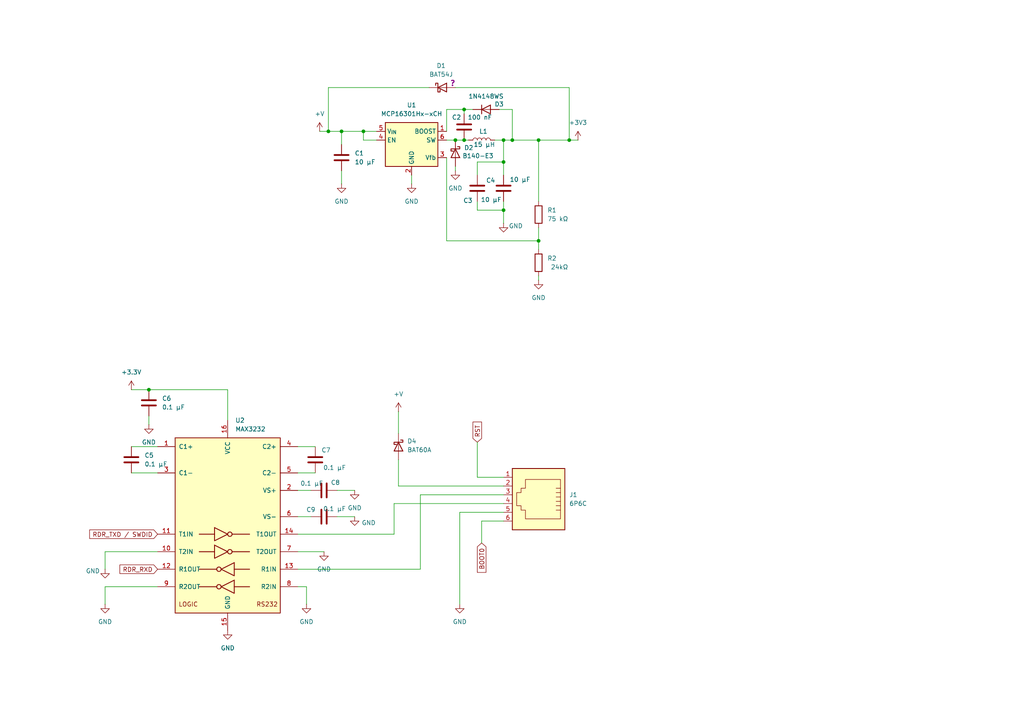
<source format=kicad_sch>
(kicad_sch (version 20231120) (generator "eeschema") (generator_version "8.0")
  (paper "A4")
  (lib_symbols
    (symbol "Connector:6P6C" (pin_names (offset 1.016))
      (property "Reference" "J" (at -5.08 11.43 0))
      (property "Value" "6P6C" (at 2.54 11.43 0))
      (symbol "6P6C_0_1"
        (polyline (pts (xy -6.35 -1.905) (xy -5.08 -1.905) (xy -5.08 -1.905)))
        (polyline (pts (xy -6.35 -0.635) (xy -5.08 -0.635) (xy -5.08 -0.635)))
        (polyline (pts (xy -6.35 0.635) (xy -5.08 0.635) (xy -5.08 0.635)))
        (polyline (pts (xy -6.35 1.905) (xy -5.08 1.905) (xy -5.08 1.905)))
        (polyline (pts (xy -6.35 3.175) (xy -5.08 3.175) (xy -5.08 3.175)))
        (polyline (pts (xy -5.08 4.445) (xy -6.35 4.445) (xy -6.35 4.445)))
        (polyline (pts (xy -6.35 -4.445) (xy -6.35 6.985) (xy 3.81 6.985) (xy 3.81 4.445) (xy 5.08 4.445) (xy 5.08 3.175) (xy 6.35 3.175) (xy 6.35 -0.635) (xy 5.08 -0.635) (xy 5.08 -1.905) (xy 3.81 -1.905) (xy 3.81 -4.445) (xy -6.35 -4.445) (xy -6.35 -4.445)))
        (rectangle (start 7.62 10.16) (end -7.62 -7.62) (stroke (width 0.254)) (fill (type background)))
      )
      (symbol "6P6C_1_1"
        (pin passive line (at 10.16 -5.08 180) (length 2.54) (name "~") (number "1"))
        (pin passive line (at 10.16 -2.54 180) (length 2.54) (name "~") (number "2"))
        (pin passive line (at 10.16 0 180) (length 2.54) (name "~") (number "3"))
        (pin passive line (at 10.16 2.54 180) (length 2.54) (name "~") (number "4"))
        (pin passive line (at 10.16 5.08 180) (length 2.54) (name "~") (number "5"))
        (pin passive line (at 10.16 7.62 180) (length 2.54) (name "~") (number "6"))
      )
    )
    (symbol "Device:C" (pin_numbers hide) (pin_names (offset 0.254))
      (property "Reference" "C" (at 0.635 2.54 0))
      (property "Value" "C" (at 0.635 -2.54 0))
      (symbol "C_0_1"
        (polyline (pts (xy -2.032 -0.762) (xy 2.032 -0.762)) (stroke (width 0.508)))
        (polyline (pts (xy -2.032 0.762) (xy 2.032 0.762)) (stroke (width 0.508)))
      )
      (symbol "C_1_1"
        (pin passive line (at 0 3.81 270) (length 2.794) (name "~") (number "1"))
        (pin passive line (at 0 -3.81 90) (length 2.794) (name "~") (number "2"))
      )
    )
    (symbol "Device:L" (pin_numbers hide) (pin_names (offset 1.016) hide)
      (property "Reference" "L" (at -1.27 0 90))
      (property "Value" "L" (at 1.905 0 90))
      (symbol "L_0_1"
        (arc (start 0 -2.54) (mid 0.6323 -1.905) (end 0 -1.27))
        (arc (start 0 -1.27) (mid 0.6323 -0.635) (end 0 0))
        (arc (start 0 0) (mid 0.6323 0.635) (end 0 1.27))
        (arc (start 0 1.27) (mid 0.6323 1.905) (end 0 2.54))
      )
      (symbol "L_1_1"
        (pin passive line (at 0 3.81 270) (length 1.27) (name "1") (number "1"))
        (pin passive line (at 0 -3.81 90) (length 1.27) (name "2") (number "2"))
      )
    )
    (symbol "Device:R" (pin_numbers hide) (pin_names (offset 0))
      (property "Reference" "R" (at 2.032 0 90))
      (property "Value" "R" (at 0 0 90))
      (symbol "R_0_1"
        (rectangle (start -1.016 -2.54) (end 1.016 2.54) (stroke (width 0.254)))
      )
      (symbol "R_1_1"
        (pin passive line (at 0 3.81 270) (length 1.27) (name "~") (number "1"))
        (pin passive line (at 0 -3.81 90) (length 1.27) (name "~") (number "2"))
      )
    )
    (symbol "Diode:1N4148WS" (pin_numbers hide) (pin_names hide)
      (property "Reference" "D" (at 0 2.54 0))
      (property "Value" "1N4148WS" (at 0 -2.54 0))
      (symbol "1N4148WS_0_1"
        (polyline (pts (xy -1.27 1.27) (xy -1.27 -1.27)) (stroke (width 0.254)))
        (polyline (pts (xy 1.27 0) (xy -1.27 0)))
        (polyline (pts (xy 1.27 1.27) (xy 1.27 -1.27) (xy -1.27 0) (xy 1.27 1.27)) (stroke (width 0.254)))
      )
      (symbol "1N4148WS_1_1"
        (pin passive line (at -3.81 0 0) (length 2.54) (name "K") (number "1"))
        (pin passive line (at 3.81 0 180) (length 2.54) (name "A") (number "2"))
      )
    )
    (symbol "Diode:B140-E3" (pin_numbers hide) (pin_names hide)
      (property "Reference" "D" (at 0 2.54 0))
      (property "Value" "B140-E3" (at 0 -2.54 0))
      (symbol "B140-E3_0_1"
        (polyline (pts (xy 1.27 0) (xy -1.27 0)))
        (polyline (pts (xy 1.27 1.27) (xy 1.27 -1.27) (xy -1.27 0) (xy 1.27 1.27)) (stroke (width 0.254)))
        (polyline (pts (xy -1.905 0.635) (xy -1.905 1.27) (xy -1.27 1.27) (xy -1.27 -1.27) (xy -0.635 -1.27) (xy -0.635 -0.635)) (stroke (width 0.254)))
      )
      (symbol "B140-E3_1_1"
        (pin passive line (at -3.81 0 0) (length 2.54) (name "K") (number "1"))
        (pin passive line (at 3.81 0 180) (length 2.54) (name "A") (number "2"))
      )
    )
    (symbol "Diode:BAT54J" (pin_numbers hide) (pin_names (offset 1.016) hide)
      (property "Reference" "D" (at 0 2.54 0))
      (property "Value" "BAT54J" (at 0 -2.54 0))
      (symbol "BAT54J_0_1"
        (polyline (pts (xy 1.27 0) (xy -1.27 0)))
        (polyline (pts (xy 1.27 1.27) (xy 1.27 -1.27) (xy -1.27 0) (xy 1.27 1.27)) (stroke (width 0.254)))
        (polyline (pts (xy -1.905 0.635) (xy -1.905 1.27) (xy -1.27 1.27) (xy -1.27 -1.27) (xy -0.635 -1.27) (xy -0.635 -0.635)) (stroke (width 0.254)))
      )
      (symbol "BAT54J_1_1"
        (pin passive line (at -3.81 0 0) (length 2.54) (name "K") (number "1"))
        (pin passive line (at 3.81 0 180) (length 2.54) (name "A") (number "2"))
      )
    )
    (symbol "Diode:BAT60A" (pin_numbers hide) (pin_names (offset 1.016) hide)
      (property "Reference" "D" (at 0 2.54 0))
      (property "Value" "BAT60A" (at 0 -2.54 0))
      (symbol "BAT60A_0_1"
        (polyline (pts (xy 1.27 0) (xy -1.27 0)))
        (polyline (pts (xy 1.27 1.27) (xy 1.27 -1.27) (xy -1.27 0) (xy 1.27 1.27)) (stroke (width 0.254)))
        (polyline (pts (xy -1.905 0.635) (xy -1.905 1.27) (xy -1.27 1.27) (xy -1.27 -1.27) (xy -0.635 -1.27) (xy -0.635 -0.635)) (stroke (width 0.254)))
      )
      (symbol "BAT60A_1_1"
        (pin passive line (at -3.81 0 0) (length 2.54) (name "K") (number "1"))
        (pin passive line (at 3.81 0 180) (length 2.54) (name "A") (number "2"))
      )
    )
    (symbol "Interface_UART:MAX3232" (pin_names (offset 1.016))
      (property "Reference" "U" (at -2.54 28.575 0))
      (property "Value" "MAX3232" (at -2.54 26.67 0))
      (symbol "MAX3232_0_0"
        (text "LOGIC" (at -11.43 -22.86 0) (effects (font (size 1.27 1.27))))
        (text "RS232" (at 11.43 -22.86 0) (effects (font (size 1.27 1.27))))
      )
      (symbol "MAX3232_0_1"
        (rectangle (start -15.24 -25.4) (end 15.24 25.4) (stroke (width 0.254)) (fill (type background)))
        (circle (center -2.54 -17.78) (radius 0.635) (stroke (width 0.254)))
        (circle (center -2.54 -12.7) (radius 0.635) (stroke (width 0.254)))
        (polyline (pts (xy -3.81 -7.62) (xy -8.255 -7.62)) (stroke (width 0.254)))
        (polyline (pts (xy -3.81 -2.54) (xy -8.255 -2.54)) (stroke (width 0.254)))
        (polyline (pts (xy -3.175 -17.78) (xy -8.255 -17.78)) (stroke (width 0.254)))
        (polyline (pts (xy -3.175 -12.7) (xy -8.255 -12.7)) (stroke (width 0.254)))
        (polyline (pts (xy 1.27 -7.62) (xy 6.35 -7.62)) (stroke (width 0.254)))
        (polyline (pts (xy 1.27 -2.54) (xy 6.35 -2.54)) (stroke (width 0.254)))
        (polyline (pts (xy 1.905 -17.78) (xy 6.35 -17.78)) (stroke (width 0.254)))
        (polyline (pts (xy 1.905 -12.7) (xy 6.35 -12.7)) (stroke (width 0.254)))
        (polyline (pts (xy -3.81 -5.715) (xy -3.81 -9.525) (xy 0 -7.62) (xy -3.81 -5.715)) (stroke (width 0.254)))
        (polyline (pts (xy -3.81 -0.635) (xy -3.81 -4.445) (xy 0 -2.54) (xy -3.81 -0.635)) (stroke (width 0.254)))
        (polyline (pts (xy 1.905 -15.875) (xy 1.905 -19.685) (xy -1.905 -17.78) (xy 1.905 -15.875)) (stroke (width 0.254)))
        (polyline (pts (xy 1.905 -10.795) (xy 1.905 -14.605) (xy -1.905 -12.7) (xy 1.905 -10.795)) (stroke (width 0.254)))
        (circle (center 0.635 -7.62) (radius 0.635) (stroke (width 0.254)))
        (circle (center 0.635 -2.54) (radius 0.635) (stroke (width 0.254)))
      )
      (symbol "MAX3232_1_1"
        (pin passive line (at -20.32 22.86 0) (length 5.08) (name "C1+") (number "1"))
        (pin input line (at -20.32 -7.62 0) (length 5.08) (name "T2IN") (number "10"))
        (pin input line (at -20.32 -2.54 0) (length 5.08) (name "T1IN") (number "11"))
        (pin output line (at -20.32 -12.7 0) (length 5.08) (name "R1OUT") (number "12"))
        (pin input line (at 20.32 -12.7 180) (length 5.08) (name "R1IN") (number "13"))
        (pin output line (at 20.32 -2.54 180) (length 5.08) (name "T1OUT") (number "14"))
        (pin power_in line (at 0 -30.48 90) (length 5.08) (name "GND") (number "15"))
        (pin power_in line (at 0 30.48 270) (length 5.08) (name "VCC") (number "16"))
        (pin power_out line (at 20.32 10.16 180) (length 5.08) (name "VS+") (number "2"))
        (pin passive line (at -20.32 15.24 0) (length 5.08) (name "C1-") (number "3"))
        (pin passive line (at 20.32 22.86 180) (length 5.08) (name "C2+") (number "4"))
        (pin passive line (at 20.32 15.24 180) (length 5.08) (name "C2-") (number "5"))
        (pin power_out line (at 20.32 2.54 180) (length 5.08) (name "VS-") (number "6"))
        (pin output line (at 20.32 -7.62 180) (length 5.08) (name "T2OUT") (number "7"))
        (pin input line (at 20.32 -17.78 180) (length 5.08) (name "R2IN") (number "8"))
        (pin output line (at -20.32 -17.78 0) (length 5.08) (name "R2OUT") (number "9"))
      )
    )
    (symbol "Regulator_Switching:MCP16301Hx-xCH"
      (property "Reference" "U" (at -7.62 6.35 0))
      (property "Value" "MCP16301Hx-xCH" (at 0 6.35 0))
      (symbol "MCP16301Hx-xCH_0_1"
        (rectangle (start -7.62 5.08) (end 7.62 -7.62) (stroke (width 0.254)) (fill (type background)))
      )
      (symbol "MCP16301Hx-xCH_1_1"
        (pin output line (at 10.16 2.54 180) (length 2.54) (name "BOOST") (number "1"))
        (pin power_in line (at 0 -10.16 90) (length 2.54) (name "GND") (number "2"))
        (pin input line (at 10.16 -5.08 180) (length 2.54) (name "Vfb") (number "3"))
        (pin input line (at -10.16 0 0) (length 2.54) (name "EN") (number "4"))
        (pin power_in line (at -10.16 2.54 0) (length 2.54) (name "V_{IN}") (number "5"))
        (pin output line (at 10.16 0 180) (length 2.54) (name "SW") (number "6"))
      )
    )
    (symbol "power:+3.3V" (power) (pin_numbers hide) (pin_names (offset 0) hide)
      (property "Value" "+3.3V" (at 0 3.556 0))
      (symbol "+3.3V_0_1"
        (polyline (pts (xy -0.762 1.27) (xy 0 2.54)))
        (polyline (pts (xy 0 0) (xy 0 2.54)))
        (polyline (pts (xy 0 2.54) (xy 0.762 1.27)))
      )
      (symbol "+3.3V_1_1"
        (pin power_in line (at 0 0 90) (length 0) (name "~") (number "1"))
      )
    )
    (symbol "power:+3V3" (power) (pin_numbers hide) (pin_names (offset 0) hide)
      (property "Value" "+3V3" (at 0 3.556 0))
      (symbol "+3V3_0_1"
        (polyline (pts (xy -0.762 1.27) (xy 0 2.54)))
        (polyline (pts (xy 0 0) (xy 0 2.54)))
        (polyline (pts (xy 0 2.54) (xy 0.762 1.27)))
      )
      (symbol "+3V3_1_1"
        (pin power_in line (at 0 0 90) (length 0) (name "~") (number "1"))
      )
    )
    (symbol "power:+V" (power) (pin_numbers hide) (pin_names (offset 0) hide)
      (property "Value" "+V" (at 0 3.556 0))
      (symbol "+V_0_1"
        (polyline (pts (xy -0.762 1.27) (xy 0 2.54)))
        (polyline (pts (xy 0 0) (xy 0 2.54)))
        (polyline (pts (xy 0 2.54) (xy 0.762 1.27)))
      )
      (symbol "+V_1_1"
        (pin power_in line (at 0 0 90) (length 0) (name "~") (number "1"))
      )
    )
    (symbol "power:GND" (power) (pin_numbers hide) (pin_names (offset 0) hide)
      (property "Value" "GND" (at 0 -3.81 0))
      (symbol "GND_0_1"
        (polyline (pts (xy 0 0) (xy 0 -1.27) (xy 1.27 -1.27) (xy 0 -2.54) (xy -1.27 -1.27) (xy 0 -1.27)))
      )
      (symbol "GND_1_1"
        (pin power_in line (at 0 0 270) (length 0) (name "~") (number "1"))
      )
    )
    (symbol "power:VAA" (power) (pin_numbers hide) (pin_names (offset 0) hide)
      (property "Value" "VAA" (at 0 3.556 0))
      (symbol "VAA_0_1"
        (polyline (pts (xy -0.762 1.27) (xy 0 2.54)))
        (polyline (pts (xy 0 0) (xy 0 2.54)))
        (polyline (pts (xy 0 2.54) (xy 0.762 1.27)))
      )
      (symbol "VAA_1_1"
        (pin power_in line (at 0 0 90) (length 0) (name "~") (number "1"))
      )
    )
  )
  (junction (at 146.05 40.64))
  (junction (at 99.06 38.1))
  (junction (at 105.41 38.1))
  (junction (at 134.62 40.64))
  (junction (at 95.25 38.1))
  (junction (at 156.21 69.85))
  (junction (at 156.21 40.64))
  (junction (at 134.62 31.75))
  (junction (at 43.18 113.03))
  (junction (at 165.1 40.64))
  (junction (at 132.08 40.64))
  (junction (at 146.05 60.96))
  (junction (at 146.05 46.99))
  (junction (at 148.59 40.64))
  (wire (pts (xy 138.43 60.96) (xy 146.05 60.96)))
  (wire (pts (xy 86.36 160.02) (xy 93.98 160.02)))
  (wire (pts (xy 38.1 137.16) (xy 45.72 137.16)))
  (wire (pts (xy 132.08 40.64) (xy 134.62 40.64)))
  (wire (pts (xy 156.21 40.64) (xy 156.21 58.42)))
  (wire (pts (xy 114.3 146.05) (xy 114.3 154.94)))
  (wire (pts (xy 124.46 25.4) (xy 95.25 25.4)))
  (wire (pts (xy 115.57 119.38) (xy 115.57 125.73)))
  (wire (pts (xy 139.7 151.13) (xy 139.7 157.48)))
  (wire (pts (xy 133.35 148.59) (xy 133.35 175.26)))
  (wire (pts (xy 132.08 49.53) (xy 132.08 48.26)))
  (wire (pts (xy 138.43 58.42) (xy 138.43 60.96)))
  (wire (pts (xy 30.48 160.02) (xy 30.48 165.1)))
  (wire (pts (xy 86.36 165.1) (xy 121.92 165.1)))
  (wire (pts (xy 86.36 137.16) (xy 91.44 137.16)))
  (wire (pts (xy 105.41 38.1) (xy 105.41 40.64)))
  (wire (pts (xy 43.18 120.65) (xy 43.18 123.19)))
  (wire (pts (xy 148.59 31.75) (xy 148.59 40.64)))
  (wire (pts (xy 146.05 46.99) (xy 138.43 46.99)))
  (wire (pts (xy 88.9 170.18) (xy 88.9 175.26)))
  (wire (pts (xy 30.48 170.18) (xy 45.72 170.18)))
  (wire (pts (xy 156.21 40.64) (xy 165.1 40.64)))
  (wire (pts (xy 148.59 40.64) (xy 156.21 40.64)))
  (wire (pts (xy 86.36 129.54) (xy 91.44 129.54)))
  (wire (pts (xy 105.41 40.64) (xy 109.22 40.64)))
  (wire (pts (xy 165.1 40.64) (xy 167.64 40.64)))
  (wire (pts (xy 165.1 25.4) (xy 132.08 25.4)))
  (wire (pts (xy 138.43 128.27) (xy 138.43 138.43)))
  (wire (pts (xy 138.43 46.99) (xy 138.43 50.8)))
  (wire (pts (xy 105.41 38.1) (xy 109.22 38.1)))
  (wire (pts (xy 121.92 143.51) (xy 121.92 165.1)))
  (wire (pts (xy 86.36 170.18) (xy 88.9 170.18)))
  (wire (pts (xy 146.05 40.64) (xy 148.59 40.64)))
  (wire (pts (xy 134.62 31.75) (xy 137.16 31.75)))
  (wire (pts (xy 129.54 38.1) (xy 129.54 31.75)))
  (wire (pts (xy 146.05 143.51) (xy 121.92 143.51)))
  (wire (pts (xy 30.48 160.02) (xy 45.72 160.02)))
  (wire (pts (xy 134.62 40.64) (xy 135.89 40.64)))
  (wire (pts (xy 97.79 149.86) (xy 102.87 149.86)))
  (wire (pts (xy 129.54 40.64) (xy 132.08 40.64)))
  (wire (pts (xy 43.18 113.03) (xy 66.04 113.03)))
  (wire (pts (xy 146.05 146.05) (xy 114.3 146.05)))
  (wire (pts (xy 156.21 69.85) (xy 156.21 72.39)))
  (wire (pts (xy 146.05 40.64) (xy 146.05 46.99)))
  (wire (pts (xy 146.05 148.59) (xy 133.35 148.59)))
  (wire (pts (xy 38.1 129.54) (xy 45.72 129.54)))
  (wire (pts (xy 66.04 113.03) (xy 66.04 121.92)))
  (wire (pts (xy 97.79 142.24) (xy 102.87 142.24)))
  (wire (pts (xy 156.21 81.28) (xy 156.21 80.01)))
  (wire (pts (xy 95.25 25.4) (xy 95.25 38.1)))
  (wire (pts (xy 99.06 38.1) (xy 105.41 38.1)))
  (wire (pts (xy 99.06 38.1) (xy 99.06 41.91)))
  (wire (pts (xy 144.78 31.75) (xy 148.59 31.75)))
  (wire (pts (xy 86.36 149.86) (xy 90.17 149.86)))
  (wire (pts (xy 119.38 50.8) (xy 119.38 53.34)))
  (wire (pts (xy 99.06 53.34) (xy 99.06 49.53)))
  (wire (pts (xy 95.25 38.1) (xy 99.06 38.1)))
  (wire (pts (xy 86.36 142.24) (xy 90.17 142.24)))
  (wire (pts (xy 146.05 138.43) (xy 138.43 138.43)))
  (wire (pts (xy 156.21 66.04) (xy 156.21 69.85)))
  (wire (pts (xy 134.62 31.75) (xy 134.62 33.02)))
  (wire (pts (xy 146.05 46.99) (xy 146.05 50.8)))
  (wire (pts (xy 129.54 69.85) (xy 156.21 69.85)))
  (wire (pts (xy 165.1 40.64) (xy 165.1 25.4)))
  (wire (pts (xy 146.05 140.97) (xy 115.57 140.97)))
  (wire (pts (xy 129.54 31.75) (xy 134.62 31.75)))
  (wire (pts (xy 129.54 45.72) (xy 129.54 69.85)))
  (wire (pts (xy 146.05 151.13) (xy 139.7 151.13)))
  (wire (pts (xy 146.05 58.42) (xy 146.05 60.96)))
  (wire (pts (xy 30.48 170.18) (xy 30.48 175.26)))
  (wire (pts (xy 92.71 38.1) (xy 95.25 38.1)))
  (wire (pts (xy 86.36 154.94) (xy 114.3 154.94)))
  (wire (pts (xy 115.57 133.35) (xy 115.57 140.97)))
  (wire (pts (xy 38.1 113.03) (xy 43.18 113.03)))
  (wire (pts (xy 143.51 40.64) (xy 146.05 40.64)))
  (wire (pts (xy 146.05 60.96) (xy 146.05 64.77)))
  (global_label "RST" (shape input) (at 138.43 128.27 90) (property "Intersheetrefs" "${INTERSHEET_REFS}" (effects (hide yes))))
  (global_label "RDR_RXD" (shape input) (at 45.72 165.1 180) (property "Intersheetrefs" "${INTERSHEET_REFS}" (effects (hide yes))))
  (global_label "BOOT0" (shape input) (at 139.7 157.48 270) (property "Intersheetrefs" "${INTERSHEET_REFS}" (effects (hide yes))))
  (global_label "RDR_TXD {slash} SWDID" (shape input) (at 45.72 154.94 180) (property "Intersheetrefs" "${INTERSHEET_REFS}" (effects (hide yes))))
  (symbol (lib_id "power:+3V3") (at 167.64 40.64 0) (unit 1)
    (property "Reference" "#PWR07" (effects (hide yes)))
    (property "Value" "+3V3" (at 167.64 35.56 0))
    (property "Description" "Power symbol creates a global label with name \"+3V3\"" (effects (hide yes)))
  )
  (symbol (lib_id "Device:C") (at 38.1 133.35 0) (unit 1)
    (property "Reference" "C5" (at 41.91 132.0799 0) (effects (justify left)))
    (property "Value" "0.1 µF" (at 41.91 134.6199 0) (effects (justify left)))
    (property "Footprint" "Capacitor_SMD:C_0603_1608Metric" (effects (hide yes)))
    (property "Description" "Unpolarized capacitor" (effects (hide yes)))
  )
  (symbol (lib_id "power:GND") (at 102.87 142.24 0) (unit 1)
    (property "Reference" "#PWR015" (effects (hide yes)))
    (property "Value" "GND" (at 102.87 147.32 0))
    (property "Description" "Power symbol creates a global label with name \"GND\" , ground" (effects (hide yes)))
  )
  (symbol (lib_id "Device:C") (at 146.05 54.61 0) (unit 1)
    (property "Reference" "C4" (at 140.97 52.324 0) (effects (justify left)))
    (property "Value" "10 µF" (at 147.828 52.07 0) (effects (justify left)))
    (property "Footprint" "Capacitor_SMD:C_0805_2012Metric" (effects (hide yes)))
    (property "Description" "Unpolarized capacitor" (effects (hide yes)))
  )
  (symbol (lib_id "Diode:BAT60A") (at 115.57 129.54 270) (unit 1)
    (property "Reference" "D4" (at 118.11 127.9524 90) (effects (justify left)))
    (property "Value" "BAT60A" (at 118.11 130.4924 90) (effects (justify left)))
    (property "Footprint" "Diode_SMD:D_SOD-323" (effects (hide yes)))
    (property "Datasheet" "https://www.infineon.com/dgdl/Infineon-BAT60ASERIES-DS-v01_01-en.pdf?fileId=db3a304313d846880113def70c9304a9" (effects (hide yes)))
    (property "Description" "10V 3A High Current Recitifier Schottky Diode, SOD-323" (effects (hide yes)))
  )
  (symbol (lib_id "Connector:6P6C") (at 156.21 143.51 180) (unit 1)
    (property "Reference" "J1" (at 165.1 143.5099 0) (effects (justify right)))
    (property "Value" "6P6C" (at 165.1 146.0499 0) (effects (justify right)))
    (property "Footprint" "Connector_RJ:RJ12_Amphenol_54601-x06_Horizontal" (effects (hide yes)))
    (property "Description" "RJ connector, 6P6C (6 positions 6 connected), RJ12/RJ18/RJ25" (effects (hide yes)))
  )
  (symbol (lib_id "Device:C") (at 93.98 142.24 90) (unit 1)
    (property "Reference" "C8" (at 97.282 139.954 90))
    (property "Value" "0.1 µF" (at 90.424 140.208 90))
    (property "Footprint" "Capacitor_SMD:C_0603_1608Metric" (effects (hide yes)))
    (property "Description" "Unpolarized capacitor" (effects (hide yes)))
  )
  (symbol (lib_id "Device:C") (at 93.98 149.86 90) (unit 1)
    (property "Reference" "C9" (at 90.17 147.828 90))
    (property "Value" "0.1 µF" (at 97.028 147.574 90))
    (property "Footprint" "Capacitor_SMD:C_0603_1608Metric" (effects (hide yes)))
    (property "Description" "Unpolarized capacitor" (effects (hide yes)))
  )
  (symbol (lib_id "power:VAA") (at 115.57 119.38 0) (unit 1)
    (property "Reference" "#PWR017" (effects (hide yes)))
    (property "Value" "+V" (at 115.57 114.3 0))
    (property "Description" "Power symbol creates a global label with name \"VAA\"" (effects (hide yes)))
  )
  (symbol (lib_id "power:GND") (at 93.98 160.02 0) (unit 1)
    (property "Reference" "#PWR014" (effects (hide yes)))
    (property "Value" "GND" (at 93.98 165.1 0))
    (property "Description" "Power symbol creates a global label with name \"GND\" , ground" (effects (hide yes)))
  )
  (symbol (lib_id "Device:C") (at 91.44 133.35 0) (unit 1)
    (property "Reference" "C7" (at 93.218 130.556 0) (effects (justify left)))
    (property "Value" "0.1 µF" (at 93.726 135.636 0) (effects (justify left)))
    (property "Footprint" "Capacitor_SMD:C_0603_1608Metric" (effects (hide yes)))
    (property "Description" "Unpolarized capacitor" (effects (hide yes)))
  )
  (symbol (lib_id "power:GND") (at 146.05 64.77 0) (unit 1)
    (property "Reference" "#PWR05" (effects (hide yes)))
    (property "Value" "GND" (at 149.606 65.532 0))
    (property "Description" "Power symbol creates a global label with name \"GND\" , ground" (effects (hide yes)))
  )
  (symbol (lib_id "Device:R") (at 156.21 62.23 0) (unit 1)
    (property "Reference" "R1" (at 158.75 60.9599 0) (effects (justify left)))
    (property "Value" "75 kΩ" (at 158.75 63.4999 0) (effects (justify left)))
    (property "Footprint" "Resistor_SMD:R_0603_1608Metric" (effects (hide yes)))
    (property "Description" "Resistor" (effects (hide yes)))
  )
  (symbol (lib_id "Device:C") (at 138.43 54.61 0) (unit 1)
    (property "Reference" "C3" (at 134.366 58.166 0) (effects (justify left)))
    (property "Value" "10 µF" (at 139.446 57.912 0) (effects (justify left)))
    (property "Footprint" "Capacitor_SMD:C_0805_2012Metric" (effects (hide yes)))
    (property "Description" "Unpolarized capacitor" (effects (hide yes)))
  )
  (symbol (lib_id "Diode:BAT54J") (at 128.27 25.4 0) (unit 1)
    (property "Reference" "D1" (at 127.9525 19.05 0))
    (property "Value" "BAT54J" (at 127.9525 21.59 0))
    (property "Footprint" "Diode_SMD:D_SOD-323F" (effects (hide yes)))
    (property "Datasheet" "https://assets.nexperia.com/documents/data-sheet/BAT54J.pdf" (effects (hide yes)))
    (property "Description" "30V 200mA Schottky diode, SOD-323F" (effects (hide yes)))
    (property "Note" "?" (at 131.318 24.13 0) (effects (font (size 1.5 1.5) (bold yes))))
  )
  (symbol (lib_id "Device:L") (at 139.7 40.64 90) (unit 1)
    (property "Reference" "L1" (at 140.208 38.1 90))
    (property "Value" "15 µH " (at 140.97 41.91 90))
    (property "Footprint" "Inductor_SMD:L_Coilcraft_LPS3010" (effects (hide yes)))
    (property "Description" "Inductor" (effects (hide yes)))
  )
  (symbol (lib_id "power:GND") (at 102.87 149.86 0) (unit 1)
    (property "Reference" "#PWR016" (effects (hide yes)))
    (property "Value" "GND" (at 106.934 151.638 0))
    (property "Description" "Power symbol creates a global label with name \"GND\" , ground" (effects (hide yes)))
  )
  (symbol (lib_id "Device:C") (at 99.06 45.72 0) (unit 1)
    (property "Reference" "C1" (at 102.87 44.4499 0) (effects (justify left)))
    (property "Value" "10 µF " (at 102.87 46.9899 0) (effects (justify left)))
    (property "Footprint" "Capacitor_SMD:C_0805_2012Metric" (effects (hide yes)))
    (property "Description" "Unpolarized capacitor" (effects (hide yes)))
  )
  (symbol (lib_id "power:GND") (at 88.9 175.26 0) (unit 1)
    (property "Reference" "#PWR013" (effects (hide yes)))
    (property "Value" "GND" (at 88.9 180.34 0))
    (property "Description" "Power symbol creates a global label with name \"GND\" , ground" (effects (hide yes)))
  )
  (symbol (lib_id "power:GND") (at 133.35 175.26 0) (unit 1)
    (property "Reference" "#PWR018" (effects (hide yes)))
    (property "Value" "GND" (at 133.35 180.34 0))
    (property "Description" "Power symbol creates a global label with name \"GND\" , ground" (effects (hide yes)))
  )
  (symbol (lib_id "Diode:B140-E3") (at 132.08 44.45 270) (unit 1)
    (property "Reference" "D2" (at 134.62 42.8624 90) (effects (justify left)))
    (property "Value" "B140-E3" (at 134.112 45.212 90) (effects (justify left)))
    (property "Footprint" "Diode_SMD:D_SMA" (effects (hide yes)))
    (property "Datasheet" "http://www.vishay.com/docs/88946/b120.pdf" (effects (hide yes)))
    (property "Description" "40V 1A Schottky Barrier Rectifier Diode, SMA(DO-214AC)" (effects (hide yes)))
  )
  (symbol (lib_id "power:GND") (at 132.08 49.53 0) (unit 1)
    (property "Reference" "#PWR04" (effects (hide yes)))
    (property "Value" "GND" (at 132.08 54.61 0))
    (property "Description" "Power symbol creates a global label with name \"GND\" , ground" (effects (hide yes)))
  )
  (symbol (lib_id "power:+V") (at 92.71 38.1 0) (unit 1)
    (property "Reference" "#PWR01" (effects (hide yes)))
    (property "Value" "+V" (at 92.71 33.02 0))
    (property "Description" "Power symbol creates a global label with name \"+VSW\"" (effects (hide yes)))
  )
  (symbol (lib_id "Regulator_Switching:MCP16301Hx-xCH") (at 119.38 40.64 0) (unit 1)
    (property "Reference" "U1" (at 119.38 30.48 0))
    (property "Value" "MCP16301Hx-xCH" (at 119.38 33.02 0))
    (property "Footprint" "Package_TO_SOT_SMD:SOT-23-6" (effects (hide yes)))
    (property "Datasheet" "http://ww1.microchip.com/downloads/en/DeviceDoc/20005004D.pdf" (effects (hide yes)))
    (property "Description" "1A, 4.7 to 36V Input, High Voltage Input integrated switch step-down regulator, SOT-23-6" (effects (hide yes)))
  )
  (symbol (lib_id "Diode:1N4148WS") (at 140.97 31.75 0) (unit 1)
    (property "Reference" "D3" (at 144.78 30.226 0))
    (property "Value" "1N4148WS" (at 140.97 27.94 0))
    (property "Footprint" "Diode_SMD:D_SOD-323" (effects (hide yes)))
    (property "Datasheet" "https://www.vishay.com/docs/85751/1n4148ws.pdf" (effects (hide yes)))
    (property "Description" "75V 0.15A Fast switching Diode, SOD-323" (effects (hide yes)))
    (property "Sim.Device" "D" (effects (hide yes)))
    (property "Sim.Pins" "1=K 2=A" (effects (hide yes)))
  )
  (symbol (lib_id "power:+3.3V") (at 38.1 113.03 0) (unit 1)
    (property "Reference" "#PWR010" (effects (hide yes)))
    (property "Value" "+3.3V" (at 38.1 107.95 0))
    (property "Description" "Power symbol creates a global label with name \"+3.3V\"" (effects (hide yes)))
  )
  (symbol (lib_id "power:GND") (at 156.21 81.28 0) (unit 1)
    (property "Reference" "#PWR06" (effects (hide yes)))
    (property "Value" "GND" (at 156.21 86.36 0))
    (property "Description" "Power symbol creates a global label with name \"GND\" , ground" (effects (hide yes)))
  )
  (symbol (lib_id "power:GND") (at 30.48 165.1 0) (mirror y) (unit 1)
    (property "Reference" "#PWR08" (effects (hide yes)))
    (property "Value" "GND" (at 26.924 165.608 0))
    (property "Description" "Power symbol creates a global label with name \"GND\" , ground" (effects (hide yes)))
  )
  (symbol (lib_id "power:GND") (at 43.18 123.19 0) (unit 1)
    (property "Reference" "#PWR011" (effects (hide yes)))
    (property "Value" "GND" (at 43.18 128.27 0))
    (property "Description" "Power symbol creates a global label with name \"GND\" , ground" (effects (hide yes)))
  )
  (symbol (lib_id "power:GND") (at 30.48 175.26 0) (mirror y) (unit 1)
    (property "Reference" "#PWR09" (effects (hide yes)))
    (property "Value" "GND" (at 30.48 180.34 0))
    (property "Description" "Power symbol creates a global label with name \"GND\" , ground" (effects (hide yes)))
  )
  (symbol (lib_id "power:GND") (at 66.04 182.88 0) (unit 1)
    (property "Reference" "#PWR012" (effects (hide yes)))
    (property "Value" "GND" (at 66.04 187.96 0))
    (property "Description" "Power symbol creates a global label with name \"GND\" , ground" (effects (hide yes)))
  )
  (symbol (lib_id "Device:C") (at 43.18 116.84 0) (unit 1)
    (property "Reference" "C6" (at 46.99 115.5699 0) (effects (justify left)))
    (property "Value" "0.1 µF" (at 46.99 118.1099 0) (effects (justify left)))
    (property "Footprint" "Capacitor_SMD:C_0603_1608Metric" (effects (hide yes)))
    (property "Description" "Unpolarized capacitor" (effects (hide yes)))
  )
  (symbol (lib_id "Device:R") (at 156.21 76.2 0) (unit 1)
    (property "Reference" "R2" (at 158.75 74.9299 0) (effects (justify left)))
    (property "Value" " 24kΩ" (at 158.75 77.4699 0) (effects (justify left)))
    (property "Footprint" "Resistor_SMD:R_0603_1608Metric" (effects (hide yes)))
    (property "Description" "Resistor" (effects (hide yes)))
  )
  (symbol (lib_id "power:GND") (at 119.38 53.34 0) (unit 1)
    (property "Reference" "#PWR03" (effects (hide yes)))
    (property "Value" "GND" (at 119.38 58.42 0))
    (property "Description" "Power symbol creates a global label with name \"GND\" , ground" (effects (hide yes)))
  )
  (symbol (lib_id "power:GND") (at 99.06 53.34 0) (unit 1)
    (property "Reference" "#PWR02" (effects (hide yes)))
    (property "Value" "GND" (at 99.06 58.42 0))
    (property "Description" "Power symbol creates a global label with name \"GND\" , ground" (effects (hide yes)))
  )
  (symbol (lib_id "Interface_UART:MAX3232") (at 66.04 152.4 0) (unit 1)
    (property "Reference" "U2" (at 68.2341 121.92 0) (effects (justify left)))
    (property "Value" "MAX3232" (at 68.2341 124.46 0) (effects (justify left)))
    (property "Footprint" "Package_SO:SOIC-16W_7.5x12.8mm_P1.27mm" (effects (hide yes)))
    (property "Datasheet" "https://datasheets.maximintegrated.com/en/ds/MAX3222-MAX3241.pdf" (effects (hide yes)))
    (property "Description" "3.0V to 5.5V, Low-Power, up to 1Mbps, True RS-232 Transceivers Using Four 0.1μF External Capacitors" (effects (hide yes)))
  )
  (symbol (lib_id "Device:C") (at 134.62 36.83 0) (unit 1)
    (property "Reference" "C2" (at 131.064 34.036 0) (effects (justify left)))
    (property "Value" "100 nF" (at 135.636 34.036 0) (effects (justify left)))
    (property "Footprint" "Capacitor_SMD:C_0603_1608Metric" (effects (hide yes)))
    (property "Description" "Unpolarized capacitor" (effects (hide yes)))
  )
)
</source>
